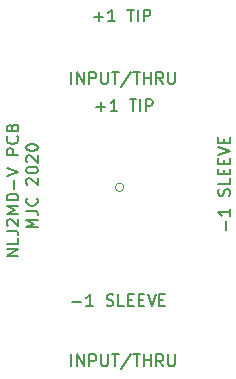
<source format=gto>
G04 #@! TF.GenerationSoftware,KiCad,Pcbnew,5.1.5-52549c5~84~ubuntu18.04.1*
G04 #@! TF.CreationDate,2020-02-25T14:57:26-08:00*
G04 #@! TF.ProjectId,NeutrikSpeakon,4e657574-7269-46b5-9370-65616b6f6e2e,rev?*
G04 #@! TF.SameCoordinates,Original*
G04 #@! TF.FileFunction,Legend,Top*
G04 #@! TF.FilePolarity,Positive*
%FSLAX46Y46*%
G04 Gerber Fmt 4.6, Leading zero omitted, Abs format (unit mm)*
G04 Created by KiCad (PCBNEW 5.1.5-52549c5~84~ubuntu18.04.1) date 2020-02-25 14:57:26*
%MOMM*%
%LPD*%
G04 APERTURE LIST*
%ADD10C,0.120000*%
%ADD11C,0.150000*%
G04 APERTURE END LIST*
D10*
X135360555Y-115000000D02*
G75*
G03X135360555Y-115000000I-360555J0D01*
G01*
D11*
X126427380Y-120828571D02*
X125427380Y-120828571D01*
X126427380Y-120257142D01*
X125427380Y-120257142D01*
X126427380Y-119304761D02*
X126427380Y-119780952D01*
X125427380Y-119780952D01*
X125427380Y-118685714D02*
X126141666Y-118685714D01*
X126284523Y-118733333D01*
X126379761Y-118828571D01*
X126427380Y-118971428D01*
X126427380Y-119066666D01*
X125522619Y-118257142D02*
X125475000Y-118209523D01*
X125427380Y-118114285D01*
X125427380Y-117876190D01*
X125475000Y-117780952D01*
X125522619Y-117733333D01*
X125617857Y-117685714D01*
X125713095Y-117685714D01*
X125855952Y-117733333D01*
X126427380Y-118304761D01*
X126427380Y-117685714D01*
X126427380Y-117257142D02*
X125427380Y-117257142D01*
X126141666Y-116923809D01*
X125427380Y-116590476D01*
X126427380Y-116590476D01*
X126427380Y-116114285D02*
X125427380Y-116114285D01*
X125427380Y-115876190D01*
X125475000Y-115733333D01*
X125570238Y-115638095D01*
X125665476Y-115590476D01*
X125855952Y-115542857D01*
X125998809Y-115542857D01*
X126189285Y-115590476D01*
X126284523Y-115638095D01*
X126379761Y-115733333D01*
X126427380Y-115876190D01*
X126427380Y-116114285D01*
X126046428Y-115114285D02*
X126046428Y-114352380D01*
X125427380Y-114019047D02*
X126427380Y-113685714D01*
X125427380Y-113352380D01*
X126427380Y-112257142D02*
X125427380Y-112257142D01*
X125427380Y-111876190D01*
X125475000Y-111780952D01*
X125522619Y-111733333D01*
X125617857Y-111685714D01*
X125760714Y-111685714D01*
X125855952Y-111733333D01*
X125903571Y-111780952D01*
X125951190Y-111876190D01*
X125951190Y-112257142D01*
X126332142Y-110685714D02*
X126379761Y-110733333D01*
X126427380Y-110876190D01*
X126427380Y-110971428D01*
X126379761Y-111114285D01*
X126284523Y-111209523D01*
X126189285Y-111257142D01*
X125998809Y-111304761D01*
X125855952Y-111304761D01*
X125665476Y-111257142D01*
X125570238Y-111209523D01*
X125475000Y-111114285D01*
X125427380Y-110971428D01*
X125427380Y-110876190D01*
X125475000Y-110733333D01*
X125522619Y-110685714D01*
X125903571Y-109923809D02*
X125951190Y-109780952D01*
X125998809Y-109733333D01*
X126094047Y-109685714D01*
X126236904Y-109685714D01*
X126332142Y-109733333D01*
X126379761Y-109780952D01*
X126427380Y-109876190D01*
X126427380Y-110257142D01*
X125427380Y-110257142D01*
X125427380Y-109923809D01*
X125475000Y-109828571D01*
X125522619Y-109780952D01*
X125617857Y-109733333D01*
X125713095Y-109733333D01*
X125808333Y-109780952D01*
X125855952Y-109828571D01*
X125903571Y-109923809D01*
X125903571Y-110257142D01*
X128077380Y-118400000D02*
X127077380Y-118400000D01*
X127791666Y-118066666D01*
X127077380Y-117733333D01*
X128077380Y-117733333D01*
X127077380Y-116971428D02*
X127791666Y-116971428D01*
X127934523Y-117019047D01*
X128029761Y-117114285D01*
X128077380Y-117257142D01*
X128077380Y-117352380D01*
X127982142Y-115923809D02*
X128029761Y-115971428D01*
X128077380Y-116114285D01*
X128077380Y-116209523D01*
X128029761Y-116352380D01*
X127934523Y-116447619D01*
X127839285Y-116495238D01*
X127648809Y-116542857D01*
X127505952Y-116542857D01*
X127315476Y-116495238D01*
X127220238Y-116447619D01*
X127125000Y-116352380D01*
X127077380Y-116209523D01*
X127077380Y-116114285D01*
X127125000Y-115971428D01*
X127172619Y-115923809D01*
X127172619Y-114780952D02*
X127125000Y-114733333D01*
X127077380Y-114638095D01*
X127077380Y-114400000D01*
X127125000Y-114304761D01*
X127172619Y-114257142D01*
X127267857Y-114209523D01*
X127363095Y-114209523D01*
X127505952Y-114257142D01*
X128077380Y-114828571D01*
X128077380Y-114209523D01*
X127077380Y-113590476D02*
X127077380Y-113495238D01*
X127125000Y-113400000D01*
X127172619Y-113352380D01*
X127267857Y-113304761D01*
X127458333Y-113257142D01*
X127696428Y-113257142D01*
X127886904Y-113304761D01*
X127982142Y-113352380D01*
X128029761Y-113400000D01*
X128077380Y-113495238D01*
X128077380Y-113590476D01*
X128029761Y-113685714D01*
X127982142Y-113733333D01*
X127886904Y-113780952D01*
X127696428Y-113828571D01*
X127458333Y-113828571D01*
X127267857Y-113780952D01*
X127172619Y-113733333D01*
X127125000Y-113685714D01*
X127077380Y-113590476D01*
X127172619Y-112876190D02*
X127125000Y-112828571D01*
X127077380Y-112733333D01*
X127077380Y-112495238D01*
X127125000Y-112400000D01*
X127172619Y-112352380D01*
X127267857Y-112304761D01*
X127363095Y-112304761D01*
X127505952Y-112352380D01*
X128077380Y-112923809D01*
X128077380Y-112304761D01*
X127077380Y-111685714D02*
X127077380Y-111590476D01*
X127125000Y-111495238D01*
X127172619Y-111447619D01*
X127267857Y-111400000D01*
X127458333Y-111352380D01*
X127696428Y-111352380D01*
X127886904Y-111400000D01*
X127982142Y-111447619D01*
X128029761Y-111495238D01*
X128077380Y-111590476D01*
X128077380Y-111685714D01*
X128029761Y-111780952D01*
X127982142Y-111828571D01*
X127886904Y-111876190D01*
X127696428Y-111923809D01*
X127458333Y-111923809D01*
X127267857Y-111876190D01*
X127172619Y-111828571D01*
X127125000Y-111780952D01*
X127077380Y-111685714D01*
X133042857Y-108171428D02*
X133804761Y-108171428D01*
X133423809Y-108552380D02*
X133423809Y-107790476D01*
X134804761Y-108552380D02*
X134233333Y-108552380D01*
X134519047Y-108552380D02*
X134519047Y-107552380D01*
X134423809Y-107695238D01*
X134328571Y-107790476D01*
X134233333Y-107838095D01*
X135852380Y-107552380D02*
X136423809Y-107552380D01*
X136138095Y-108552380D02*
X136138095Y-107552380D01*
X136757142Y-108552380D02*
X136757142Y-107552380D01*
X137233333Y-108552380D02*
X137233333Y-107552380D01*
X137614285Y-107552380D01*
X137709523Y-107600000D01*
X137757142Y-107647619D01*
X137804761Y-107742857D01*
X137804761Y-107885714D01*
X137757142Y-107980952D01*
X137709523Y-108028571D01*
X137614285Y-108076190D01*
X137233333Y-108076190D01*
X143971428Y-118604761D02*
X143971428Y-117842857D01*
X144352380Y-116842857D02*
X144352380Y-117414285D01*
X144352380Y-117128571D02*
X143352380Y-117128571D01*
X143495238Y-117223809D01*
X143590476Y-117319047D01*
X143638095Y-117414285D01*
X144304761Y-115700000D02*
X144352380Y-115557142D01*
X144352380Y-115319047D01*
X144304761Y-115223809D01*
X144257142Y-115176190D01*
X144161904Y-115128571D01*
X144066666Y-115128571D01*
X143971428Y-115176190D01*
X143923809Y-115223809D01*
X143876190Y-115319047D01*
X143828571Y-115509523D01*
X143780952Y-115604761D01*
X143733333Y-115652380D01*
X143638095Y-115700000D01*
X143542857Y-115700000D01*
X143447619Y-115652380D01*
X143400000Y-115604761D01*
X143352380Y-115509523D01*
X143352380Y-115271428D01*
X143400000Y-115128571D01*
X144352380Y-114223809D02*
X144352380Y-114700000D01*
X143352380Y-114700000D01*
X143828571Y-113890476D02*
X143828571Y-113557142D01*
X144352380Y-113414285D02*
X144352380Y-113890476D01*
X143352380Y-113890476D01*
X143352380Y-113414285D01*
X143828571Y-112985714D02*
X143828571Y-112652380D01*
X144352380Y-112509523D02*
X144352380Y-112985714D01*
X143352380Y-112985714D01*
X143352380Y-112509523D01*
X143352380Y-112223809D02*
X144352380Y-111890476D01*
X143352380Y-111557142D01*
X143828571Y-111223809D02*
X143828571Y-110890476D01*
X144352380Y-110747619D02*
X144352380Y-111223809D01*
X143352380Y-111223809D01*
X143352380Y-110747619D01*
X130919047Y-106252380D02*
X130919047Y-105252380D01*
X131395238Y-106252380D02*
X131395238Y-105252380D01*
X131966666Y-106252380D01*
X131966666Y-105252380D01*
X132442857Y-106252380D02*
X132442857Y-105252380D01*
X132823809Y-105252380D01*
X132919047Y-105300000D01*
X132966666Y-105347619D01*
X133014285Y-105442857D01*
X133014285Y-105585714D01*
X132966666Y-105680952D01*
X132919047Y-105728571D01*
X132823809Y-105776190D01*
X132442857Y-105776190D01*
X133442857Y-105252380D02*
X133442857Y-106061904D01*
X133490476Y-106157142D01*
X133538095Y-106204761D01*
X133633333Y-106252380D01*
X133823809Y-106252380D01*
X133919047Y-106204761D01*
X133966666Y-106157142D01*
X134014285Y-106061904D01*
X134014285Y-105252380D01*
X134347619Y-105252380D02*
X134919047Y-105252380D01*
X134633333Y-106252380D02*
X134633333Y-105252380D01*
X135966666Y-105204761D02*
X135109523Y-106490476D01*
X136157142Y-105252380D02*
X136728571Y-105252380D01*
X136442857Y-106252380D02*
X136442857Y-105252380D01*
X137061904Y-106252380D02*
X137061904Y-105252380D01*
X137061904Y-105728571D02*
X137633333Y-105728571D01*
X137633333Y-106252380D02*
X137633333Y-105252380D01*
X138680952Y-106252380D02*
X138347619Y-105776190D01*
X138109523Y-106252380D02*
X138109523Y-105252380D01*
X138490476Y-105252380D01*
X138585714Y-105300000D01*
X138633333Y-105347619D01*
X138680952Y-105442857D01*
X138680952Y-105585714D01*
X138633333Y-105680952D01*
X138585714Y-105728571D01*
X138490476Y-105776190D01*
X138109523Y-105776190D01*
X139109523Y-105252380D02*
X139109523Y-106061904D01*
X139157142Y-106157142D01*
X139204761Y-106204761D01*
X139300000Y-106252380D01*
X139490476Y-106252380D01*
X139585714Y-106204761D01*
X139633333Y-106157142D01*
X139680952Y-106061904D01*
X139680952Y-105252380D01*
X132842857Y-100571428D02*
X133604761Y-100571428D01*
X133223809Y-100952380D02*
X133223809Y-100190476D01*
X134604761Y-100952380D02*
X134033333Y-100952380D01*
X134319047Y-100952380D02*
X134319047Y-99952380D01*
X134223809Y-100095238D01*
X134128571Y-100190476D01*
X134033333Y-100238095D01*
X135652380Y-99952380D02*
X136223809Y-99952380D01*
X135938095Y-100952380D02*
X135938095Y-99952380D01*
X136557142Y-100952380D02*
X136557142Y-99952380D01*
X137033333Y-100952380D02*
X137033333Y-99952380D01*
X137414285Y-99952380D01*
X137509523Y-100000000D01*
X137557142Y-100047619D01*
X137604761Y-100142857D01*
X137604761Y-100285714D01*
X137557142Y-100380952D01*
X137509523Y-100428571D01*
X137414285Y-100476190D01*
X137033333Y-100476190D01*
X130919047Y-130152380D02*
X130919047Y-129152380D01*
X131395238Y-130152380D02*
X131395238Y-129152380D01*
X131966666Y-130152380D01*
X131966666Y-129152380D01*
X132442857Y-130152380D02*
X132442857Y-129152380D01*
X132823809Y-129152380D01*
X132919047Y-129200000D01*
X132966666Y-129247619D01*
X133014285Y-129342857D01*
X133014285Y-129485714D01*
X132966666Y-129580952D01*
X132919047Y-129628571D01*
X132823809Y-129676190D01*
X132442857Y-129676190D01*
X133442857Y-129152380D02*
X133442857Y-129961904D01*
X133490476Y-130057142D01*
X133538095Y-130104761D01*
X133633333Y-130152380D01*
X133823809Y-130152380D01*
X133919047Y-130104761D01*
X133966666Y-130057142D01*
X134014285Y-129961904D01*
X134014285Y-129152380D01*
X134347619Y-129152380D02*
X134919047Y-129152380D01*
X134633333Y-130152380D02*
X134633333Y-129152380D01*
X135966666Y-129104761D02*
X135109523Y-130390476D01*
X136157142Y-129152380D02*
X136728571Y-129152380D01*
X136442857Y-130152380D02*
X136442857Y-129152380D01*
X137061904Y-130152380D02*
X137061904Y-129152380D01*
X137061904Y-129628571D02*
X137633333Y-129628571D01*
X137633333Y-130152380D02*
X137633333Y-129152380D01*
X138680952Y-130152380D02*
X138347619Y-129676190D01*
X138109523Y-130152380D02*
X138109523Y-129152380D01*
X138490476Y-129152380D01*
X138585714Y-129200000D01*
X138633333Y-129247619D01*
X138680952Y-129342857D01*
X138680952Y-129485714D01*
X138633333Y-129580952D01*
X138585714Y-129628571D01*
X138490476Y-129676190D01*
X138109523Y-129676190D01*
X139109523Y-129152380D02*
X139109523Y-129961904D01*
X139157142Y-130057142D01*
X139204761Y-130104761D01*
X139300000Y-130152380D01*
X139490476Y-130152380D01*
X139585714Y-130104761D01*
X139633333Y-130057142D01*
X139680952Y-129961904D01*
X139680952Y-129152380D01*
X130995238Y-124671428D02*
X131757142Y-124671428D01*
X132757142Y-125052380D02*
X132185714Y-125052380D01*
X132471428Y-125052380D02*
X132471428Y-124052380D01*
X132376190Y-124195238D01*
X132280952Y-124290476D01*
X132185714Y-124338095D01*
X133900000Y-125004761D02*
X134042857Y-125052380D01*
X134280952Y-125052380D01*
X134376190Y-125004761D01*
X134423809Y-124957142D01*
X134471428Y-124861904D01*
X134471428Y-124766666D01*
X134423809Y-124671428D01*
X134376190Y-124623809D01*
X134280952Y-124576190D01*
X134090476Y-124528571D01*
X133995238Y-124480952D01*
X133947619Y-124433333D01*
X133900000Y-124338095D01*
X133900000Y-124242857D01*
X133947619Y-124147619D01*
X133995238Y-124100000D01*
X134090476Y-124052380D01*
X134328571Y-124052380D01*
X134471428Y-124100000D01*
X135376190Y-125052380D02*
X134900000Y-125052380D01*
X134900000Y-124052380D01*
X135709523Y-124528571D02*
X136042857Y-124528571D01*
X136185714Y-125052380D02*
X135709523Y-125052380D01*
X135709523Y-124052380D01*
X136185714Y-124052380D01*
X136614285Y-124528571D02*
X136947619Y-124528571D01*
X137090476Y-125052380D02*
X136614285Y-125052380D01*
X136614285Y-124052380D01*
X137090476Y-124052380D01*
X137376190Y-124052380D02*
X137709523Y-125052380D01*
X138042857Y-124052380D01*
X138376190Y-124528571D02*
X138709523Y-124528571D01*
X138852380Y-125052380D02*
X138376190Y-125052380D01*
X138376190Y-124052380D01*
X138852380Y-124052380D01*
M02*

</source>
